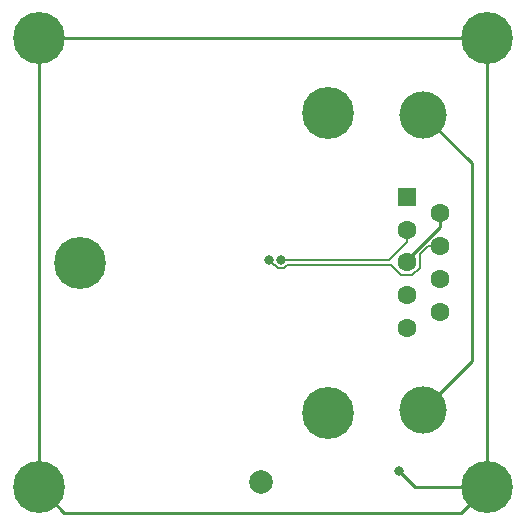
<source format=gbr>
%TF.GenerationSoftware,KiCad,Pcbnew,7.0.11-rc3*%
%TF.CreationDate,2025-03-16T23:28:07+08:00*%
%TF.ProjectId,imu-base,696d752d-6261-4736-952e-6b696361645f,rev?*%
%TF.SameCoordinates,Original*%
%TF.FileFunction,Copper,L2,Bot*%
%TF.FilePolarity,Positive*%
%FSLAX46Y46*%
G04 Gerber Fmt 4.6, Leading zero omitted, Abs format (unit mm)*
G04 Created by KiCad (PCBNEW 7.0.11-rc3) date 2025-03-16 23:28:07*
%MOMM*%
%LPD*%
G01*
G04 APERTURE LIST*
%TA.AperFunction,ComponentPad*%
%ADD10C,4.400000*%
%TD*%
%TA.AperFunction,ComponentPad*%
%ADD11C,2.000000*%
%TD*%
%TA.AperFunction,ComponentPad*%
%ADD12C,4.000000*%
%TD*%
%TA.AperFunction,ComponentPad*%
%ADD13R,1.600000X1.600000*%
%TD*%
%TA.AperFunction,ComponentPad*%
%ADD14C,1.600000*%
%TD*%
%TA.AperFunction,ViaPad*%
%ADD15C,0.800000*%
%TD*%
%TA.AperFunction,Conductor*%
%ADD16C,0.250000*%
%TD*%
%TA.AperFunction,Conductor*%
%ADD17C,0.200000*%
%TD*%
G04 APERTURE END LIST*
D10*
%TO.P,H7,1,1*%
%TO.N,GND*%
X75999999Y-39000000D03*
%TD*%
%TO.P,H1,1,1*%
%TO.N,unconnected-(H1-Pad1)*%
X79500000Y-58000000D03*
%TD*%
%TO.P,H4,1,1*%
%TO.N,GND*%
X75999999Y-77000000D03*
%TD*%
D11*
%TO.P,TP1,1,1*%
%TO.N,+12V*%
X94800000Y-76600000D03*
%TD*%
D12*
%TO.P,J2,0,PAD*%
%TO.N,unconnected-(J2-PAD-Pad0)*%
X108580000Y-70490000D03*
X108580000Y-45490000D03*
D13*
%TO.P,J2,1,1*%
%TO.N,unconnected-(J2-Pad1)*%
X107160000Y-52450000D03*
D14*
%TO.P,J2,2,2*%
%TO.N,CAN_P*%
X107160000Y-55220000D03*
%TO.P,J2,3,3*%
%TO.N,GND*%
X107160000Y-57990000D03*
%TO.P,J2,4,4*%
%TO.N,unconnected-(J2-Pad4)*%
X107160000Y-60760000D03*
%TO.P,J2,5,5*%
%TO.N,unconnected-(J2-Pad5)*%
X107160000Y-63530000D03*
%TO.P,J2,6,6*%
%TO.N,GND*%
X110000000Y-53835000D03*
%TO.P,J2,7,7*%
%TO.N,CAN_N*%
X110000000Y-56605000D03*
%TO.P,J2,8,8*%
%TO.N,unconnected-(J2-Pad8)*%
X110000000Y-59375000D03*
%TO.P,J2,9,9*%
%TO.N,VDC*%
X110000000Y-62145000D03*
%TD*%
D10*
%TO.P,H3,1,1*%
%TO.N,unconnected-(H3-Pad1)*%
X100500000Y-45300000D03*
%TD*%
%TO.P,H5,1,1*%
%TO.N,GND*%
X114000000Y-77000000D03*
%TD*%
%TO.P,H2,1,1*%
%TO.N,unconnected-(H2-Pad1)*%
X100500000Y-70700000D03*
%TD*%
%TO.P,H6,1,1*%
%TO.N,GND*%
X114000000Y-39000000D03*
%TD*%
D15*
%TO.N,GND*%
X106510440Y-75662500D03*
%TO.N,CAN_P*%
X96525000Y-57750000D03*
%TO.N,CAN_N*%
X95475000Y-57750000D03*
%TD*%
D16*
%TO.N,GND*%
X75999999Y-77000000D02*
X75999999Y-39000000D01*
X110000000Y-54966370D02*
X107160000Y-57806370D01*
X114000000Y-39000000D02*
X114000000Y-77000000D01*
X107847940Y-77000000D02*
X114000000Y-77000000D01*
X107160000Y-57806370D02*
X107160000Y-57990000D01*
X110000000Y-53835000D02*
X110000000Y-54966370D01*
X106510440Y-75662500D02*
X107847940Y-77000000D01*
X75999999Y-39000000D02*
X114000000Y-39000000D01*
X111800001Y-79199999D02*
X78199998Y-79199999D01*
X78199998Y-79199999D02*
X75999999Y-77000000D01*
X114000000Y-77000000D02*
X111800001Y-79199999D01*
%TO.N,unconnected-(J2-PAD-Pad0)*%
X112700000Y-49610000D02*
X112700000Y-66370000D01*
X108580000Y-45490000D02*
X112700000Y-49610000D01*
X112700000Y-66370000D02*
X108580000Y-70490000D01*
D17*
%TO.N,CAN_P*%
X105696801Y-57750000D02*
X107160000Y-56286801D01*
X96525000Y-57750000D02*
X105696801Y-57750000D01*
X107160000Y-56286801D02*
X107160000Y-55220000D01*
%TO.N,CAN_N*%
X95475000Y-57750000D02*
X95925000Y-58200000D01*
X105814365Y-58200000D02*
X106704365Y-59090000D01*
X95925000Y-58200000D02*
X95985050Y-58200000D01*
X96814950Y-58450000D02*
X97064950Y-58200000D01*
X95985050Y-58200000D02*
X96235050Y-58450000D01*
X108962410Y-56605000D02*
X110000000Y-56605000D01*
X108260000Y-57307410D02*
X108962410Y-56605000D01*
X108260000Y-58445635D02*
X108260000Y-57307410D01*
X96235050Y-58450000D02*
X96814950Y-58450000D01*
X107615635Y-59090000D02*
X108260000Y-58445635D01*
X106704365Y-59090000D02*
X107615635Y-59090000D01*
X97064950Y-58200000D02*
X105814365Y-58200000D01*
%TD*%
M02*

</source>
